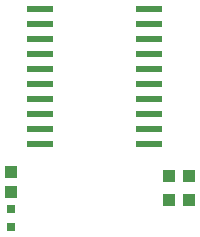
<source format=gtp>
G75*
%MOIN*%
%OFA0B0*%
%FSLAX25Y25*%
%IPPOS*%
%LPD*%
%AMOC8*
5,1,8,0,0,1.08239X$1,22.5*
%
%ADD10R,0.08661X0.02362*%
%ADD11R,0.04331X0.03937*%
%ADD12R,0.03150X0.03150*%
%ADD13R,0.03937X0.04331*%
D10*
X0049140Y0043750D03*
X0049140Y0048750D03*
X0049140Y0053750D03*
X0049140Y0058750D03*
X0049140Y0063750D03*
X0049140Y0068750D03*
X0049140Y0073750D03*
X0049140Y0078750D03*
X0049140Y0083750D03*
X0049140Y0088750D03*
X0085360Y0088750D03*
X0085360Y0083750D03*
X0085360Y0078750D03*
X0085360Y0073750D03*
X0085360Y0068750D03*
X0085360Y0063750D03*
X0085360Y0058750D03*
X0085360Y0053750D03*
X0085360Y0048750D03*
X0085360Y0043750D03*
D11*
X0091904Y0033250D03*
X0098596Y0033250D03*
X0098596Y0025250D03*
X0091904Y0025250D03*
D12*
X0039250Y0016297D03*
X0039250Y0022203D03*
D13*
X0039250Y0027904D03*
X0039250Y0034596D03*
M02*

</source>
